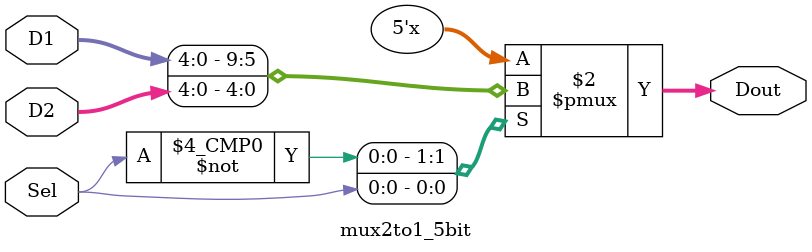
<source format=v>
`timescale 1ns / 1ps
module mux2to1_5bit(
    input [4:0] D1,
    input [4:0] D2,
    input Sel,
    output reg [4:0] Dout
    );
	 
	 always@(*) begin
		case(Sel)
			1'b0: Dout <= D1;
			1'b1: Dout <= D2;
		endcase
	 end
	 

endmodule

</source>
